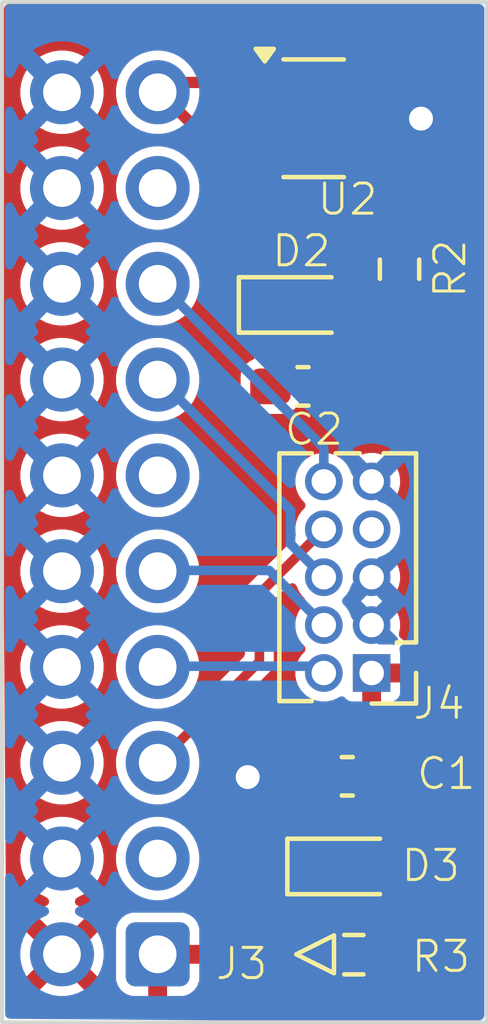
<source format=kicad_pcb>
(kicad_pcb (version 20241229) (generator "pcbnew") (generator_version "9.0")
  (layers (0 "F.Cu" signal) (2 "B.Cu" signal) (13 "F.Paste" user) (15 "B.Paste" user) (5 "F.SilkS" user "F.Silkscreen") (7 "B.SilkS" user "B.Silkscreen") (1 "F.Mask" user) (3 "B.Mask" user) (25 "Edge.Cuts" user))
  (net 0 "")
  (net 1 "/5V")
  (net 2 "Net-(D2-A)")
  (net 3 "/RTCK")
  (net 4 "Net-(D3-A)")
  (net 5 "/SRST")
  (net 6 "/TDI")
  (net 8 "/VCC")
  (net 9 "GND")
  (net 10 "/SWCLK")
  (net 11 "/TRST")
  (net 12 "/SWO")
  (net 13 "/SWDIO")
  (footprint "LED_SMD:LED_0603_1608Metric_Pad1.05x0.95mm_HandSolder" (layer "F.Cu") (at 199.035 161.5)
    (property "Reference" "D2" (at 0 -1.43 0) (layer "F.SilkS") (effects (font (size 0.8 0.8) (thickness 0.08))))
    (property "Value" "LED")
    (fp_line (start -1.66 -0.735) (end -1.66 0.735) (stroke (width 0.12)) (layer "F.SilkS"))
    (fp_line (start -1.66 0.735) (end 0.8 0.735) (stroke (width 0.12)) (layer "F.SilkS"))
    (fp_line (start 0.8 -0.735) (end -1.66 -0.735) (stroke (width 0.12)) (layer "F.SilkS"))
    (pad "1" smd roundrect (at -0.875 0) (size 1.05 0.95) (layers "F.Cu" "F.Mask" "F.Paste") (net 1 "/5V"))
    (pad "2" smd roundrect (at 0.875 0) (size 1.05 0.95) (layers "F.Cu" "F.Mask" "F.Paste") (net 2 "Net-(D2-A)"))
  )
  (footprint "Resistor_SMD:R_0603_1608Metric_Pad0.98x0.95mm_HandSolder" (layer "F.Cu") (at 201.64 160.5525 -90)
    (property "Reference" "R2" (at -0.0125 -1.34 90) (layer "F.SilkS") (effects (font (size 0.8 0.8) (thickness 0.08))))
    (property "Value" "1K")
    (fp_line (start -0.254724 0.5225) (end 0.254724 0.5225) (stroke (width 0.12)) (layer "F.SilkS"))
    (fp_line (start -0.254724 -0.5225) (end 0.254724 -0.5225) (stroke (width 0.12)) (layer "F.SilkS"))
    (pad "1" smd roundrect (at -0.9125 0 270) (size 0.975 0.95) (layers "F.Cu" "F.Mask" "F.Paste") (net 9 "GND"))
    (pad "2" smd roundrect (at 0.9125 0 270) (size 0.975 0.95) (layers "F.Cu" "F.Mask" "F.Paste") (net 2 "Net-(D2-A)"))
  )
  (footprint "Capacitor_SMD:C_0603_1608Metric_Pad1.08x0.95mm_HandSolder" (layer "F.Cu") (at 200.2525 174 180)
    (property "Reference" "C1" (at -2.6275 0.07 180) (layer "F.SilkS") (effects (font (size 0.8 0.8) (thickness 0.08))))
    (property "Value" "1.0uF")
    (fp_line (start -0.146267 0.51) (end 0.146267 0.51) (stroke (width 0.12)) (layer "F.SilkS"))
    (fp_line (start -0.146267 -0.51) (end 0.146267 -0.51) (stroke (width 0.12)) (layer "F.SilkS"))
    (pad "1" smd roundrect (at -0.8625 0 180) (size 1.075 0.95) (layers "F.Cu" "F.Mask" "F.Paste") (net 8 "/VCC"))
    (pad "2" smd roundrect (at 0.8625 0 180) (size 1.075 0.95) (layers "F.Cu" "F.Mask" "F.Paste") (net 9 "GND"))
  )
  (footprint "Capacitor_SMD:C_0603_1608Metric_Pad1.08x0.95mm_HandSolder" (layer "F.Cu") (at 199.0775 163.66)
    (property "Reference" "C2" (at 0.2925 1.14 0) (layer "F.SilkS") (effects (font (size 0.8 0.8) (thickness 0.08))))
    (property "Value" "1.0uF")
    (fp_line (start -0.146267 -0.51) (end 0.146267 -0.51) (stroke (width 0.12)) (layer "F.SilkS"))
    (fp_line (start -0.146267 0.51) (end 0.146267 0.51) (stroke (width 0.12)) (layer "F.SilkS"))
    (pad "1" smd roundrect (at -0.8625 0) (size 1.075 0.95) (layers "F.Cu" "F.Mask" "F.Paste") (net 1 "/5V"))
    (pad "2" smd roundrect (at 0.8625 0) (size 1.075 0.95) (layers "F.Cu" "F.Mask" "F.Paste") (net 9 "GND"))
  )
  (footprint "Connector_IDC:IDC-Header_2x10_P2.54mm_Vertical" (layer "F.Cu") (at 195.22 178.72 180)
    (property "Reference" "J3" (at -2.23 -0.25 180) (layer "F.SilkS") (effects (font (size 0.8 0.8) (thickness 0.08))))
    (property "Value" "Conn_ARM_JTAG_SWD_20")
    (fp_line (start -3.68 0) (end -4.68 -0.5) (stroke (width 0.12)) (layer "F.SilkS"))
    (fp_line (start -4.68 0.5) (end -3.68 0) (stroke (width 0.12)) (layer "F.SilkS"))
    (fp_line (start -4.68 -0.5) (end -4.68 0.5) (stroke (width 0.12)) (layer "F.SilkS"))
    (pad "1" thru_hole roundrect (at 0 0 180) (size 1.7 1.7) (drill 1) (layers "*.Cu" "*.Mask") (roundrect_rratio 0.147059) (net 8 "/VCC"))
    (pad "2" thru_hole circle (at 2.54 0 180) (size 1.7 1.7) (drill 1) (layers "*.Cu" "*.Mask") (net 8 "/VCC"))
    (pad "3" thru_hole circle (at 0 2.54 180) (size 1.7 1.7) (drill 1) (layers "*.Cu" "*.Mask") (net 11 "/TRST"))
    (pad "4" thru_hole circle (at 2.54 2.54 180) (size 1.7 1.7) (drill 1) (layers "*.Cu" "*.Mask") (net 9 "GND"))
    (pad "5" thru_hole circle (at 0 5.08 180) (size 1.7 1.7) (drill 1) (layers "*.Cu" "*.Mask") (net 6 "/TDI"))
    (pad "6" thru_hole circle (at 2.54 5.08 180) (size 1.7 1.7) (drill 1) (layers "*.Cu" "*.Mask") (net 9 "GND"))
    (pad "7" thru_hole circle (at 0 7.62 180) (size 1.7 1.7) (drill 1) (layers "*.Cu" "*.Mask") (net 13 "/SWDIO"))
    (pad "8" thru_hole circle (at 2.54 7.62 180) (size 1.7 1.7) (drill 1) (layers "*.Cu" "*.Mask") (net 9 "GND"))
    (pad "9" thru_hole circle (at 0 10.16 180) (size 1.7 1.7) (drill 1) (layers "*.Cu" "*.Mask") (net 10 "/SWCLK"))
    (pad "10" thru_hole circle (at 2.54 10.16 180) (size 1.7 1.7) (drill 1) (layers "*.Cu" "*.Mask") (net 9 "GND"))
    (pad "11" thru_hole circle (at 0 12.7 180) (size 1.7 1.7) (drill 1) (layers "*.Cu" "*.Mask") (net 3 "/RTCK"))
    (pad "12" thru_hole circle (at 2.54 12.7 180) (size 1.7 1.7) (drill 1) (layers "*.Cu" "*.Mask") (net 9 "GND"))
    (pad "13" thru_hole circle (at 0 15.24 180) (size 1.7 1.7) (drill 1) (layers "*.Cu" "*.Mask") (net 12 "/SWO"))
    (pad "14" thru_hole circle (at 2.54 15.24 180) (size 1.7 1.7) (drill 1) (layers "*.Cu" "*.Mask") (net 9 "GND"))
    (pad "15" thru_hole circle (at 0 17.78 180) (size 1.7 1.7) (drill 1) (layers "*.Cu" "*.Mask") (net 5 "/SRST"))
    (pad "16" thru_hole circle (at 2.54 17.78 180) (size 1.7 1.7) (drill 1) (layers "*.Cu" "*.Mask") (net 9 "GND"))
    (pad "17" thru_hole circle (at 0 20.32 180) (size 1.7 1.7) (drill 1) (layers "*.Cu" "*.Mask"))
    (pad "18" thru_hole circle (at 2.54 20.32 180) (size 1.7 1.7) (drill 1) (layers "*.Cu" "*.Mask") (net 9 "GND"))
    (pad "19" thru_hole circle (at 0 22.86 180) (size 1.7 1.7) (drill 1) (layers "*.Cu" "*.Mask") (net 1 "/5V"))
    (pad "20" thru_hole circle (at 2.54 22.86 180) (size 1.7 1.7) (drill 1) (layers "*.Cu" "*.Mask") (net 9 "GND"))
  )
  (footprint "Connector_PinHeader_1.27mm:PinHeader_2x05_P1.27mm_Vertical" (layer "F.Cu") (at 200.9 171.26 180)
    (property "Reference" "J4" (at -1.79 -0.81 180) (layer "F.SilkS") (effects (font (size 0.8 0.8) (thickness 0.08))))
    (property "Value" "Conn_ARM_JTAG_SWD_10")
    (fp_line (start 2.45 -0.745) (end 2.45 5.825) (stroke (width 0.12)) (layer "F.SilkS"))
    (fp_line (start 1.587923 5.825) (end 2.45 5.825) (stroke (width 0.12)) (layer "F.SilkS"))
    (fp_line (start 1.587923 -0.745) (end 2.45 -0.745) (stroke (width 0.12)) (layer "F.SilkS"))
    (fp_line (start 0.317923 5.825) (end 0.952077 5.825) (stroke (width 0.12)) (layer "F.SilkS"))
    (fp_line (start -1.18 5.825) (end -0.317923 5.825) (stroke (width 0.12)) (layer "F.SilkS"))
    (fp_line (start -1.18 0.81) (end -0.666708 0.81) (stroke (width 0.12)) (layer "F.SilkS"))
    (fp_line (start -1.18 0.81) (end -1.18 5.825) (stroke (width 0.12)) (layer "F.SilkS"))
    (fp_line (start -1.18 0) (end -1.18 -0.81) (stroke (width 0.12)) (layer "F.SilkS"))
    (fp_line (start -1.18 -0.81) (end 0 -0.81) (stroke (width 0.12)) (layer "F.SilkS"))
    (pad "1" thru_hole rect (at 0 0 180) (size 1 1) (drill 0.65) (layers "*.Cu" "*.Mask") (net 8 "/VCC"))
    (pad "2" thru_hole circle (at 1.27 0 180) (size 1 1) (drill 0.65) (layers "*.Cu" "*.Mask") (net 13 "/SWDIO"))
    (pad "3" thru_hole circle (at 0 1.27 180) (size 1 1) (drill 0.65) (layers "*.Cu" "*.Mask") (net 9 "GND"))
    (pad "4" thru_hole circle (at 1.27 1.27 180) (size 1 1) (drill 0.65) (layers "*.Cu" "*.Mask") (net 10 "/SWCLK"))
    (pad "5" thru_hole circle (at 0 2.54 180) (size 1 1) (drill 0.65) (layers "*.Cu" "*.Mask") (net 9 "GND"))
    (pad "6" thru_hole circle (at 1.27 2.54 180) (size 1 1) (drill 0.65) (layers "*.Cu" "*.Mask") (net 12 "/SWO"))
    (pad "7" thru_hole circle (at 0 3.81 180) (size 1 1) (drill 0.65) (layers "*.Cu" "*.Mask"))
    (pad "8" thru_hole circle (at 1.27 3.81 180) (size 1 1) (drill 0.65) (layers "*.Cu" "*.Mask") (net 6 "/TDI"))
    (pad "9" thru_hole circle (at 0 5.08 180) (size 1 1) (drill 0.65) (layers "*.Cu" "*.Mask") (net 9 "GND"))
    (pad "10" thru_hole circle (at 1.27 5.08 180) (size 1 1) (drill 0.65) (layers "*.Cu" "*.Mask") (net 5 "/SRST"))
  )
  (footprint "Resistor_SMD:R_0603_1608Metric_Pad0.98x0.95mm_HandSolder" (layer "F.Cu") (at 200.4275 178.73)
    (property "Reference" "R3" (at 2.3125 0.05 0) (layer "F.SilkS") (effects (font (size 0.8 0.8) (thickness 0.08))))
    (property "Value" "1K")
    (fp_line (start -0.254724 -0.5225) (end 0.254724 -0.5225) (stroke (width 0.12)) (layer "F.SilkS"))
    (fp_line (start -0.254724 0.5225) (end 0.254724 0.5225) (stroke (width 0.12)) (layer "F.SilkS"))
    (pad "1" smd roundrect (at -0.9125 0) (size 0.975 0.95) (layers "F.Cu" "F.Mask" "F.Paste") (net 9 "GND"))
    (pad "2" smd roundrect (at 0.9125 0) (size 0.975 0.95) (layers "F.Cu" "F.Mask" "F.Paste") (net 4 "Net-(D3-A)"))
  )
  (footprint "LED_SMD:LED_0603_1608Metric_Pad1.05x0.95mm_HandSolder" (layer "F.Cu") (at 200.3225 176.39)
    (property "Reference" "D3" (at 2.1475 -0.02 0) (layer "F.SilkS") (effects (font (size 0.8 0.8) (thickness 0.08))))
    (property "Value" "LED")
    (fp_line (start -1.66 -0.735) (end -1.66 0.735) (stroke (width 0.12)) (layer "F.SilkS"))
    (fp_line (start -1.66 0.735) (end 0.8 0.735) (stroke (width 0.12)) (layer "F.SilkS"))
    (fp_line (start 0.8 -0.735) (end -1.66 -0.735) (stroke (width 0.12)) (layer "F.SilkS"))
    (pad "1" smd roundrect (at -0.875 0) (size 1.05 0.95) (layers "F.Cu" "F.Mask" "F.Paste") (net 8 "/VCC"))
    (pad "2" smd roundrect (at 0.875 0) (size 1.05 0.95) (layers "F.Cu" "F.Mask" "F.Paste") (net 4 "Net-(D3-A)"))
  )
  (footprint "Package_TO_SOT_SMD:SOT-23-5" (layer "F.Cu") (at 199.3625 156.55)
    (property "Reference" "U2" (at 0.8975 2.15 0) (layer "F.SilkS") (effects (font (size 0.8 0.8) (thickness 0.08))))
    (property "Value" "MIC5504-3.3YM5")
    (fp_line (start 0 -1.56) (end -0.8 -1.56) (stroke (width 0.12)) (layer "F.SilkS"))
    (fp_line (start 0 -1.56) (end 0.8 -1.56) (stroke (width 0.12)) (layer "F.SilkS"))
    (fp_line (start 0 1.56) (end -0.8 1.56) (stroke (width 0.12)) (layer "F.SilkS"))
    (fp_line (start 0 1.56) (end 0.8 1.56) (stroke (width 0.12)) (layer "F.SilkS"))
    (fp_poly (pts (xy -1.3 -1.51) (xy -1.54 -1.84) (xy -1.06 -1.84)) (stroke (width 0.12)) (fill yes) (layer "F.SilkS"))
    (pad "1" smd roundrect (at -1.1375 -0.95) (size 1.325 0.6) (layers "F.Cu" "F.Mask" "F.Paste") (net 1 "/5V"))
    (pad "2" smd roundrect (at -1.1375 0) (size 1.325 0.6) (layers "F.Cu" "F.Mask" "F.Paste") (net 9 "GND"))
    (pad "3" smd roundrect (at -1.1375 0.95) (size 1.325 0.6) (layers "F.Cu" "F.Mask" "F.Paste") (net 1 "/5V"))
    (pad "4" smd roundrect (at 1.1375 0.95) (size 1.325 0.6) (layers "F.Cu" "F.Mask" "F.Paste"))
    (pad "5" smd roundrect (at 1.1375 -0.95) (size 1.325 0.6) (layers "F.Cu" "F.Mask" "F.Paste") (net 8 "/VCC"))
  )
  (gr_rect (start 191.09 153.47) (end 203.95 180.52) (stroke (width 0.1)) (fill no) (layer "Edge.Cuts"))
  (segment (start 198.225 155.6) (end 195.5 155.6) (width 0.3) (layer "F.Cu") (net 1))
  (segment (start 198.16 161.5) (end 196.79 160.13) (width 0.3) (layer "F.Cu") (net 1))
  (segment (start 195.5 155.6) (end 195.26 155.84) (width 0.254) (layer "F.Cu") (net 1))
  (segment (start 198.215 161.555) (end 198.16 161.5) (width 0.254) (layer "F.Cu") (net 1))
  (segment (start 196.79 157.37) (end 195.26 155.84) (width 0.254) (layer "F.Cu") (net 1))
  (segment (start 196.92 157.5) (end 198.225 157.5) (width 0.3) (layer "F.Cu") (net 1))
  (segment (start 198.215 163.66) (end 198.215 161.555) (width 0.3) (layer "F.Cu") (net 1))
  (segment (start 195.26 155.84) (end 196.92 157.5) (width 0.3) (layer "F.Cu") (net 1))
  (segment (start 196.79 160.13) (end 196.79 157.37) (width 0.3) (layer "F.Cu") (net 1))
  (segment (start 201.605 161.5) (end 201.64 161.465) (width 0.254) (layer "F.Cu") (net 2))
  (segment (start 199.91 161.5) (end 201.605 161.5) (width 0.6) (layer "F.Cu") (net 2))
  (segment (start 201.1975 176.39) (end 201.28 176.4725) (width 0.254) (layer "F.Cu") (net 4))
  (segment (start 201.28 178.67) (end 201.34 178.73) (width 0.254) (layer "F.Cu") (net 4))
  (segment (start 201.28 176.4725) (end 201.28 178.67) (width 0.6) (layer "F.Cu") (net 4))
  (segment (start 199.63 165.29) (end 199.63 166.18) (width 0.254) (layer "B.Cu") (net 5))
  (segment (start 195.26 160.92) (end 199.63 165.29) (width 0.254) (layer "B.Cu") (net 5))
  (segment (start 197.92 169.16) (end 199.63 167.45) (width 0.254) (layer "F.Cu") (net 6))
  (segment (start 195.26 173.62) (end 197.92 170.96) (width 0.254) (layer "F.Cu") (net 6))
  (segment (start 197.92 170.96) (end 197.92 169.16) (width 0.254) (layer "F.Cu") (net 6))
  (segment (start 198.225 156.55) (end 198.235 156.56) (width 0.254) (layer "F.Cu") (net 9))
  (segment (start 197.63 174) (end 197.61 174.02) (width 0.254) (layer "F.Cu") (net 9))
  (segment (start 199.39 174) (end 197.63 174) (width 0.254) (layer "F.Cu") (net 9))
  (segment (start 198.235 156.56) (end 202.21 156.56) (width 0.254) (layer "F.Cu") (net 9))
  (segment (start 199.515 178.73) (end 197.61 176.825) (width 0.254) (layer "F.Cu") (net 9))
  (segment (start 201.64 159.64) (end 203.02 158.26) (width 0.254) (layer "F.Cu") (net 9))
  (segment (start 201.67 163.66) (end 203.02 162.31) (width 0.254) (layer "F.Cu") (net 9))
  (segment (start 203.02 158.26) (end 203.02 157.37) (width 0.254) (layer "F.Cu") (net 9))
  (segment (start 203.02 157.37) (end 202.21 156.56) (width 0.254) (layer "F.Cu") (net 9))
  (segment (start 199.94 163.66) (end 201.67 163.66) (width 0.254) (layer "F.Cu") (net 9))
  (segment (start 197.61 176.825) (end 197.61 174.02) (width 0.254) (layer "F.Cu") (net 9))
  (segment (start 203.02 162.31) (end 203.02 157.37) (width 0.254) (layer "F.Cu") (net 9))
  (via (at 197.61 174.02) (size 0.889) (drill 0.635) (layers "F.Cu" "B.Cu") (net 9))
  (via (at 202.21 156.56) (size 0.889) (drill 0.635) (layers "F.Cu" "B.Cu") (net 9))
  (segment (start 202.21 156.56) (end 201.698 157.072) (width 0.254) (layer "B.Cu") (net 9))
  (segment (start 193.952 174.928) (end 192.72 176.16) (width 0.254) (layer "B.Cu") (net 9))
  (segment (start 196.702 174.928) (end 193.952 174.928) (width 0.254) (layer "B.Cu") (net 9))
  (segment (start 193.952 157.072) (end 192.72 155.84) (width 0.254) (layer "B.Cu") (net 9))
  (segment (start 197.61 174.02) (end 196.702 174.928) (width 0.254) (layer "B.Cu") (net 9))
  (segment (start 195.26 168.54) (end 198.18 168.54) (width 0.254) (layer "B.Cu") (net 10))
  (segment (start 198.18 168.54) (end 199.63 169.99) (width 0.254) (layer "B.Cu") (net 10))
  (segment (start 195.26 163.46) (end 198.748 166.948) (width 0.254) (layer "B.Cu") (net 12))
  (segment (start 198.748 166.948) (end 198.748 167.838) (width 0.254) (layer "B.Cu") (net 12))
  (segment (start 198.748 167.838) (end 199.63 168.72) (width 0.254) (layer "B.Cu") (net 12))
  (segment (start 195.26 171.08) (end 199.45 171.08) (width 0.254) (layer "B.Cu") (net 13))
  (segment (start 199.45 171.08) (end 199.63 171.26) (width 0.254) (layer "B.Cu") (net 13))
  (zone (net 8) (net_name "/VCC") (layer "F.Cu") (priority 1) (connect_pads (clearance 0.254)) (min_thickness 0.25) (fill yes (thermal_gap 0.5) (thermal_bridge_width 0.5))
    (polygon (pts (xy 191.044572 153.49387) (xy 203.85 153.534106) (xy 203.85 180.43) (xy 191.21 180.35) (xy 191.034669 153.503773)))
  )
  (zone (net 9) (net_name "GND") (layer "B.Cu") (connect_pads (clearance 0.254)) (min_thickness 0.25) (fill yes (thermal_gap 0.5) (thermal_bridge_width 0.5))
    (polygon (pts (xy 191.17 153.453775) (xy 203.89 153.413775) (xy 203.89 180.52) (xy 191.17 180.43)))
  )
)
</source>
